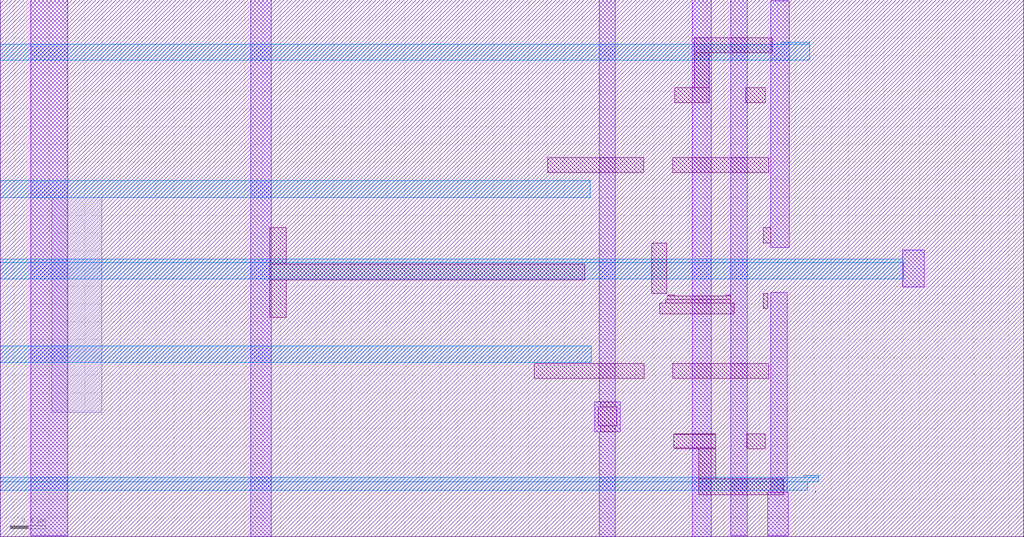
<source format=lef>
VERSION 5.7 ;
  NOWIREEXTENSIONATPIN ON ;
  DIVIDERCHAR "/" ;
  BUSBITCHARS "[]" ;
UNITS
  DATABASE MICRONS 200 ;
END UNITS

LAYER via2
  TYPE CUT ;
END via2

LAYER via
  TYPE CUT ;
END via

LAYER nwell
  TYPE MASTERSLICE ;
END nwell

LAYER via3
  TYPE CUT ;
END via3

LAYER pwell
  TYPE MASTERSLICE ;
END pwell

LAYER via4
  TYPE CUT ;
END via4

LAYER mcon
  TYPE CUT ;
END mcon

LAYER met6
  TYPE ROUTING ;
  WIDTH 0.030000 ;
  SPACING 0.040000 ;
  DIRECTION HORIZONTAL ;
END met6

LAYER met1
  TYPE ROUTING ;
  WIDTH 0.140000 ;
  SPACING 0.140000 ;
  DIRECTION HORIZONTAL ;
END met1

LAYER met3
  TYPE ROUTING ;
  WIDTH 0.300000 ;
  SPACING 0.300000 ;
  DIRECTION HORIZONTAL ;
END met3

LAYER met2
  TYPE ROUTING ;
  WIDTH 0.140000 ;
  SPACING 0.140000 ;
  DIRECTION HORIZONTAL ;
END met2

LAYER met4
  TYPE ROUTING ;
  WIDTH 0.300000 ;
  SPACING 0.300000 ;
  DIRECTION HORIZONTAL ;
END met4

LAYER met5
  TYPE ROUTING ;
  WIDTH 1.600000 ;
  SPACING 1.600000 ;
  DIRECTION HORIZONTAL ;
END met5

LAYER li1
  TYPE ROUTING ;
  WIDTH 0.170000 ;
  SPACING 0.170000 ;
  DIRECTION HORIZONTAL ;
END li1

MACRO sky130_hilas_fgtrans2x1cell
  CLASS BLOCK ;
  FOREIGN sky130_hilas_fgtrans2x1cell ;
  ORIGIN 3.950 3.820 ;
  SIZE 11.520 BY 6.050 ;
  OBS
      LAYER nwell ;
        RECT -3.370 -2.420 -2.810 0.000 ;
      LAYER li1 ;
        RECT 3.860 1.630 4.740 1.800 ;
        RECT 3.860 1.240 4.030 1.630 ;
        RECT 3.640 1.070 4.030 1.240 ;
        RECT 4.440 1.070 4.660 1.240 ;
        RECT 2.210 0.280 3.290 0.450 ;
        RECT 3.620 0.280 4.700 0.450 ;
        RECT -0.920 -0.750 -0.730 -0.340 ;
        RECT 4.640 -0.510 4.720 -0.340 ;
        RECT -0.920 -0.930 2.630 -0.750 ;
        RECT -0.920 -1.350 -0.730 -0.930 ;
        RECT 3.380 -1.080 3.550 -0.510 ;
        RECT 3.560 -1.110 3.640 -1.100 ;
        RECT 4.220 -1.110 4.270 -1.100 ;
        RECT 3.560 -1.150 4.270 -1.110 ;
        RECT 3.540 -1.190 4.270 -1.150 ;
        RECT 3.470 -1.310 4.310 -1.190 ;
        RECT 4.640 -1.250 4.690 -1.080 ;
        RECT 2.060 -2.040 3.300 -1.870 ;
        RECT 3.620 -2.040 4.700 -1.870 ;
        RECT 2.800 -2.360 2.970 -2.300 ;
        RECT 2.780 -2.570 2.990 -2.360 ;
        RECT 2.800 -2.640 2.970 -2.570 ;
        RECT 3.640 -2.670 4.100 -2.660 ;
        RECT 3.630 -2.820 4.100 -2.670 ;
        RECT 3.640 -2.830 4.100 -2.820 ;
        RECT 4.450 -2.830 4.660 -2.660 ;
        RECT 3.910 -3.170 4.100 -2.830 ;
        RECT 3.910 -3.350 4.870 -3.170 ;
      LAYER met1 ;
        RECT -3.610 -3.810 -3.190 2.230 ;
        RECT -1.130 -3.820 -0.900 2.230 ;
        RECT 2.790 -2.300 2.970 2.230 ;
        RECT 2.740 -2.640 3.030 -2.300 ;
        RECT 2.790 -3.820 2.970 -2.640 ;
        RECT 3.840 -3.820 4.050 2.230 ;
        RECT 4.270 -3.810 4.460 2.230 ;
        RECT 4.720 -0.560 4.930 2.220 ;
        RECT 6.210 -1.010 6.450 -0.590 ;
        RECT 4.720 -3.320 4.910 -1.070 ;
        RECT 5.220 -3.320 5.230 -3.310 ;
        RECT 4.690 -3.810 4.920 -3.320 ;
      LAYER met2 ;
        RECT 4.840 1.730 5.160 1.750 ;
        RECT -3.950 1.550 5.160 1.730 ;
        RECT -3.950 0.000 2.690 0.190 ;
        RECT -3.950 -0.730 6.210 -0.690 ;
        RECT -3.950 -0.920 6.220 -0.730 ;
        RECT -3.950 -1.860 2.700 -1.670 ;
        RECT 5.100 -3.150 5.260 -3.130 ;
        RECT -3.950 -3.200 5.260 -3.150 ;
        RECT -3.950 -3.300 5.140 -3.200 ;
  END
END sky130_hilas_fgtrans2x1cell
END LIBRARY


</source>
